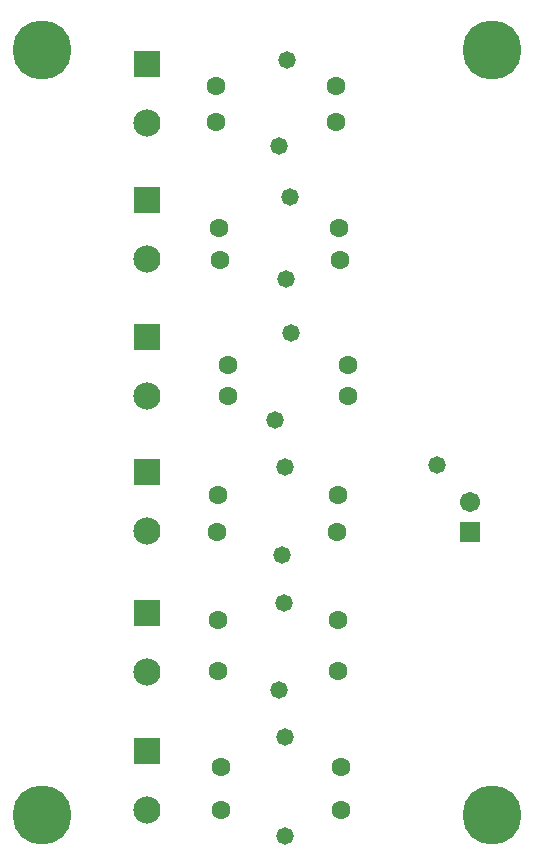
<source format=gts>
G04*
G04 #@! TF.GenerationSoftware,Altium Limited,Altium Designer,18.1.7 (191)*
G04*
G04 Layer_Color=8388736*
%FSLAX25Y25*%
%MOIN*%
G70*
G01*
G75*
%ADD14C,0.06706*%
%ADD15R,0.06706X0.06706*%
%ADD16C,0.09068*%
%ADD17R,0.09068X0.09068*%
%ADD18C,0.19698*%
%ADD19C,0.06312*%
%ADD20C,0.05800*%
D14*
X257500Y334157D02*
D03*
D15*
Y324158D02*
D03*
D16*
X150000Y460658D02*
D03*
Y415158D02*
D03*
Y277658D02*
D03*
Y231658D02*
D03*
Y369657D02*
D03*
Y324658D02*
D03*
D17*
Y480342D02*
D03*
Y434842D02*
D03*
Y297342D02*
D03*
Y251343D02*
D03*
Y389342D02*
D03*
Y344342D02*
D03*
D18*
X115000Y485000D02*
D03*
X265000D02*
D03*
Y230000D02*
D03*
X115000D02*
D03*
D19*
X173500Y295000D02*
D03*
X213500D02*
D03*
X174500Y231658D02*
D03*
X214500D02*
D03*
X174500Y246000D02*
D03*
X214500D02*
D03*
X173500Y278000D02*
D03*
X213500D02*
D03*
X213453Y336500D02*
D03*
X173453D02*
D03*
X213344Y324342D02*
D03*
X173344D02*
D03*
X216844Y369500D02*
D03*
X176844D02*
D03*
X214000Y425500D02*
D03*
X174000D02*
D03*
X213000Y460744D02*
D03*
X173000D02*
D03*
X216797Y380000D02*
D03*
X176797D02*
D03*
X214158Y414870D02*
D03*
X174158D02*
D03*
X213000Y473000D02*
D03*
X173000D02*
D03*
D20*
X246500Y346500D02*
D03*
X196000Y223000D02*
D03*
X194000Y271500D02*
D03*
X195000Y316500D02*
D03*
X192500Y361500D02*
D03*
X196256Y408500D02*
D03*
X194000Y453000D02*
D03*
X196453Y481547D02*
D03*
X197906Y390500D02*
D03*
X196000Y346000D02*
D03*
X195453Y300500D02*
D03*
X196000Y256000D02*
D03*
X197453Y436000D02*
D03*
M02*

</source>
